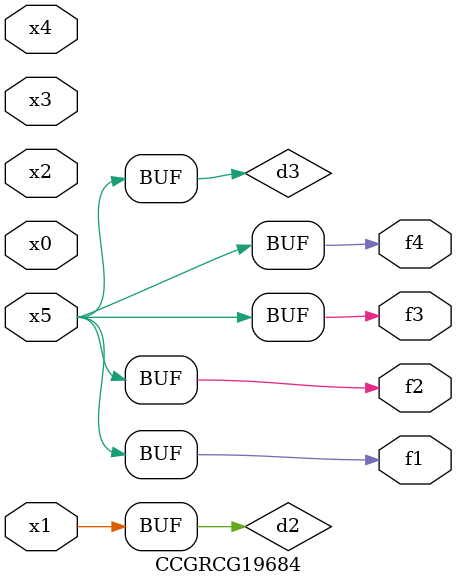
<source format=v>
module CCGRCG19684(
	input x0, x1, x2, x3, x4, x5,
	output f1, f2, f3, f4
);

	wire d1, d2, d3;

	not (d1, x5);
	or (d2, x1);
	xnor (d3, d1);
	assign f1 = d3;
	assign f2 = d3;
	assign f3 = d3;
	assign f4 = d3;
endmodule

</source>
